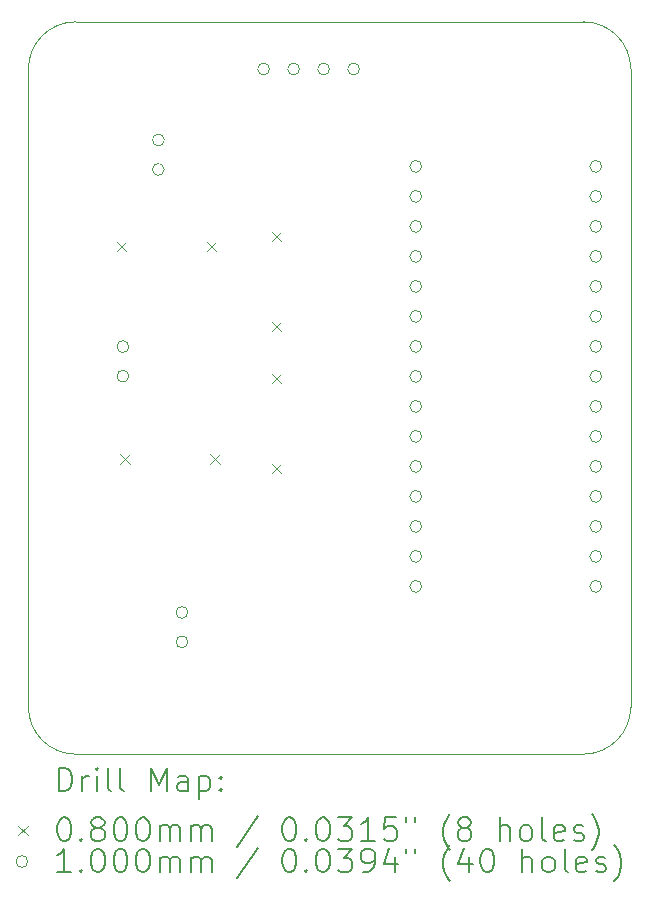
<source format=gbr>
%TF.GenerationSoftware,KiCad,Pcbnew,7.0.8*%
%TF.CreationDate,2024-02-01T00:16:00-07:00*%
%TF.ProjectId,SDM24-Shifter,53444d32-342d-4536-9869-667465722e6b,rev?*%
%TF.SameCoordinates,Original*%
%TF.FileFunction,Drillmap*%
%TF.FilePolarity,Positive*%
%FSLAX45Y45*%
G04 Gerber Fmt 4.5, Leading zero omitted, Abs format (unit mm)*
G04 Created by KiCad (PCBNEW 7.0.8) date 2024-02-01 00:16:00*
%MOMM*%
%LPD*%
G01*
G04 APERTURE LIST*
%ADD10C,0.100000*%
%ADD11C,0.200000*%
%ADD12C,0.080000*%
G04 APERTURE END LIST*
D10*
X16600000Y-5000000D02*
G75*
G03*
X16200000Y-4600000I-400000J0D01*
G01*
X16200000Y-10800000D02*
X11900000Y-10800000D01*
X16600000Y-5000000D02*
X16600000Y-10400000D01*
X16200000Y-10800000D02*
G75*
G03*
X16600000Y-10400000I0J400000D01*
G01*
X11500000Y-10400000D02*
G75*
G03*
X11900000Y-10800000I400000J0D01*
G01*
X11900000Y-4600000D02*
X16200000Y-4600000D01*
X11900000Y-4600000D02*
G75*
G03*
X11500000Y-5000000I0J-400000D01*
G01*
X11500000Y-10400000D02*
X11500000Y-5000000D01*
D11*
D12*
X12248000Y-6460000D02*
X12328000Y-6540000D01*
X12328000Y-6460000D02*
X12248000Y-6540000D01*
X12279000Y-8260000D02*
X12359000Y-8340000D01*
X12359000Y-8260000D02*
X12279000Y-8340000D01*
X13010000Y-6460000D02*
X13090000Y-6540000D01*
X13090000Y-6460000D02*
X13010000Y-6540000D01*
X13041000Y-8260000D02*
X13121000Y-8340000D01*
X13121000Y-8260000D02*
X13041000Y-8340000D01*
X13560000Y-6379000D02*
X13640000Y-6459000D01*
X13640000Y-6379000D02*
X13560000Y-6459000D01*
X13560000Y-7141000D02*
X13640000Y-7221000D01*
X13640000Y-7141000D02*
X13560000Y-7221000D01*
X13560000Y-7579000D02*
X13640000Y-7659000D01*
X13640000Y-7579000D02*
X13560000Y-7659000D01*
X13560000Y-8341000D02*
X13640000Y-8421000D01*
X13640000Y-8341000D02*
X13560000Y-8421000D01*
D10*
X12350000Y-7350000D02*
G75*
G03*
X12350000Y-7350000I-50000J0D01*
G01*
X12350000Y-7600000D02*
G75*
G03*
X12350000Y-7600000I-50000J0D01*
G01*
X12650000Y-5600000D02*
G75*
G03*
X12650000Y-5600000I-50000J0D01*
G01*
X12650000Y-5850000D02*
G75*
G03*
X12650000Y-5850000I-50000J0D01*
G01*
X12850000Y-9600000D02*
G75*
G03*
X12850000Y-9600000I-50000J0D01*
G01*
X12850000Y-9850000D02*
G75*
G03*
X12850000Y-9850000I-50000J0D01*
G01*
X13542000Y-5000000D02*
G75*
G03*
X13542000Y-5000000I-50000J0D01*
G01*
X13796000Y-5000000D02*
G75*
G03*
X13796000Y-5000000I-50000J0D01*
G01*
X14050000Y-5000000D02*
G75*
G03*
X14050000Y-5000000I-50000J0D01*
G01*
X14304000Y-5000000D02*
G75*
G03*
X14304000Y-5000000I-50000J0D01*
G01*
X14830000Y-5824000D02*
G75*
G03*
X14830000Y-5824000I-50000J0D01*
G01*
X14830000Y-6078000D02*
G75*
G03*
X14830000Y-6078000I-50000J0D01*
G01*
X14830000Y-6332000D02*
G75*
G03*
X14830000Y-6332000I-50000J0D01*
G01*
X14830000Y-6586000D02*
G75*
G03*
X14830000Y-6586000I-50000J0D01*
G01*
X14830000Y-6840000D02*
G75*
G03*
X14830000Y-6840000I-50000J0D01*
G01*
X14830000Y-7094000D02*
G75*
G03*
X14830000Y-7094000I-50000J0D01*
G01*
X14830000Y-7348000D02*
G75*
G03*
X14830000Y-7348000I-50000J0D01*
G01*
X14830000Y-7602000D02*
G75*
G03*
X14830000Y-7602000I-50000J0D01*
G01*
X14830000Y-7856000D02*
G75*
G03*
X14830000Y-7856000I-50000J0D01*
G01*
X14830000Y-8110000D02*
G75*
G03*
X14830000Y-8110000I-50000J0D01*
G01*
X14830000Y-8364000D02*
G75*
G03*
X14830000Y-8364000I-50000J0D01*
G01*
X14830000Y-8618000D02*
G75*
G03*
X14830000Y-8618000I-50000J0D01*
G01*
X14830000Y-8872000D02*
G75*
G03*
X14830000Y-8872000I-50000J0D01*
G01*
X14830000Y-9126000D02*
G75*
G03*
X14830000Y-9126000I-50000J0D01*
G01*
X14830000Y-9380000D02*
G75*
G03*
X14830000Y-9380000I-50000J0D01*
G01*
X16354000Y-5824000D02*
G75*
G03*
X16354000Y-5824000I-50000J0D01*
G01*
X16354000Y-6078000D02*
G75*
G03*
X16354000Y-6078000I-50000J0D01*
G01*
X16354000Y-6332000D02*
G75*
G03*
X16354000Y-6332000I-50000J0D01*
G01*
X16354000Y-6586000D02*
G75*
G03*
X16354000Y-6586000I-50000J0D01*
G01*
X16354000Y-6840000D02*
G75*
G03*
X16354000Y-6840000I-50000J0D01*
G01*
X16354000Y-7094000D02*
G75*
G03*
X16354000Y-7094000I-50000J0D01*
G01*
X16354000Y-7348000D02*
G75*
G03*
X16354000Y-7348000I-50000J0D01*
G01*
X16354000Y-7602000D02*
G75*
G03*
X16354000Y-7602000I-50000J0D01*
G01*
X16354000Y-7856000D02*
G75*
G03*
X16354000Y-7856000I-50000J0D01*
G01*
X16354000Y-8110000D02*
G75*
G03*
X16354000Y-8110000I-50000J0D01*
G01*
X16354000Y-8364000D02*
G75*
G03*
X16354000Y-8364000I-50000J0D01*
G01*
X16354000Y-8618000D02*
G75*
G03*
X16354000Y-8618000I-50000J0D01*
G01*
X16354000Y-8872000D02*
G75*
G03*
X16354000Y-8872000I-50000J0D01*
G01*
X16354000Y-9126000D02*
G75*
G03*
X16354000Y-9126000I-50000J0D01*
G01*
X16354000Y-9380000D02*
G75*
G03*
X16354000Y-9380000I-50000J0D01*
G01*
D11*
X11755777Y-11116484D02*
X11755777Y-10916484D01*
X11755777Y-10916484D02*
X11803396Y-10916484D01*
X11803396Y-10916484D02*
X11831967Y-10926008D01*
X11831967Y-10926008D02*
X11851015Y-10945055D01*
X11851015Y-10945055D02*
X11860539Y-10964103D01*
X11860539Y-10964103D02*
X11870062Y-11002198D01*
X11870062Y-11002198D02*
X11870062Y-11030770D01*
X11870062Y-11030770D02*
X11860539Y-11068865D01*
X11860539Y-11068865D02*
X11851015Y-11087912D01*
X11851015Y-11087912D02*
X11831967Y-11106960D01*
X11831967Y-11106960D02*
X11803396Y-11116484D01*
X11803396Y-11116484D02*
X11755777Y-11116484D01*
X11955777Y-11116484D02*
X11955777Y-10983150D01*
X11955777Y-11021246D02*
X11965301Y-11002198D01*
X11965301Y-11002198D02*
X11974824Y-10992674D01*
X11974824Y-10992674D02*
X11993872Y-10983150D01*
X11993872Y-10983150D02*
X12012920Y-10983150D01*
X12079586Y-11116484D02*
X12079586Y-10983150D01*
X12079586Y-10916484D02*
X12070062Y-10926008D01*
X12070062Y-10926008D02*
X12079586Y-10935531D01*
X12079586Y-10935531D02*
X12089110Y-10926008D01*
X12089110Y-10926008D02*
X12079586Y-10916484D01*
X12079586Y-10916484D02*
X12079586Y-10935531D01*
X12203396Y-11116484D02*
X12184348Y-11106960D01*
X12184348Y-11106960D02*
X12174824Y-11087912D01*
X12174824Y-11087912D02*
X12174824Y-10916484D01*
X12308158Y-11116484D02*
X12289110Y-11106960D01*
X12289110Y-11106960D02*
X12279586Y-11087912D01*
X12279586Y-11087912D02*
X12279586Y-10916484D01*
X12536729Y-11116484D02*
X12536729Y-10916484D01*
X12536729Y-10916484D02*
X12603396Y-11059341D01*
X12603396Y-11059341D02*
X12670062Y-10916484D01*
X12670062Y-10916484D02*
X12670062Y-11116484D01*
X12851015Y-11116484D02*
X12851015Y-11011722D01*
X12851015Y-11011722D02*
X12841491Y-10992674D01*
X12841491Y-10992674D02*
X12822443Y-10983150D01*
X12822443Y-10983150D02*
X12784348Y-10983150D01*
X12784348Y-10983150D02*
X12765301Y-10992674D01*
X12851015Y-11106960D02*
X12831967Y-11116484D01*
X12831967Y-11116484D02*
X12784348Y-11116484D01*
X12784348Y-11116484D02*
X12765301Y-11106960D01*
X12765301Y-11106960D02*
X12755777Y-11087912D01*
X12755777Y-11087912D02*
X12755777Y-11068865D01*
X12755777Y-11068865D02*
X12765301Y-11049817D01*
X12765301Y-11049817D02*
X12784348Y-11040293D01*
X12784348Y-11040293D02*
X12831967Y-11040293D01*
X12831967Y-11040293D02*
X12851015Y-11030770D01*
X12946253Y-10983150D02*
X12946253Y-11183150D01*
X12946253Y-10992674D02*
X12965301Y-10983150D01*
X12965301Y-10983150D02*
X13003396Y-10983150D01*
X13003396Y-10983150D02*
X13022443Y-10992674D01*
X13022443Y-10992674D02*
X13031967Y-11002198D01*
X13031967Y-11002198D02*
X13041491Y-11021246D01*
X13041491Y-11021246D02*
X13041491Y-11078389D01*
X13041491Y-11078389D02*
X13031967Y-11097436D01*
X13031967Y-11097436D02*
X13022443Y-11106960D01*
X13022443Y-11106960D02*
X13003396Y-11116484D01*
X13003396Y-11116484D02*
X12965301Y-11116484D01*
X12965301Y-11116484D02*
X12946253Y-11106960D01*
X13127205Y-11097436D02*
X13136729Y-11106960D01*
X13136729Y-11106960D02*
X13127205Y-11116484D01*
X13127205Y-11116484D02*
X13117682Y-11106960D01*
X13117682Y-11106960D02*
X13127205Y-11097436D01*
X13127205Y-11097436D02*
X13127205Y-11116484D01*
X13127205Y-10992674D02*
X13136729Y-11002198D01*
X13136729Y-11002198D02*
X13127205Y-11011722D01*
X13127205Y-11011722D02*
X13117682Y-11002198D01*
X13117682Y-11002198D02*
X13127205Y-10992674D01*
X13127205Y-10992674D02*
X13127205Y-11011722D01*
D12*
X11415000Y-11405000D02*
X11495000Y-11485000D01*
X11495000Y-11405000D02*
X11415000Y-11485000D01*
D11*
X11793872Y-11336484D02*
X11812920Y-11336484D01*
X11812920Y-11336484D02*
X11831967Y-11346008D01*
X11831967Y-11346008D02*
X11841491Y-11355531D01*
X11841491Y-11355531D02*
X11851015Y-11374579D01*
X11851015Y-11374579D02*
X11860539Y-11412674D01*
X11860539Y-11412674D02*
X11860539Y-11460293D01*
X11860539Y-11460293D02*
X11851015Y-11498388D01*
X11851015Y-11498388D02*
X11841491Y-11517436D01*
X11841491Y-11517436D02*
X11831967Y-11526960D01*
X11831967Y-11526960D02*
X11812920Y-11536484D01*
X11812920Y-11536484D02*
X11793872Y-11536484D01*
X11793872Y-11536484D02*
X11774824Y-11526960D01*
X11774824Y-11526960D02*
X11765301Y-11517436D01*
X11765301Y-11517436D02*
X11755777Y-11498388D01*
X11755777Y-11498388D02*
X11746253Y-11460293D01*
X11746253Y-11460293D02*
X11746253Y-11412674D01*
X11746253Y-11412674D02*
X11755777Y-11374579D01*
X11755777Y-11374579D02*
X11765301Y-11355531D01*
X11765301Y-11355531D02*
X11774824Y-11346008D01*
X11774824Y-11346008D02*
X11793872Y-11336484D01*
X11946253Y-11517436D02*
X11955777Y-11526960D01*
X11955777Y-11526960D02*
X11946253Y-11536484D01*
X11946253Y-11536484D02*
X11936729Y-11526960D01*
X11936729Y-11526960D02*
X11946253Y-11517436D01*
X11946253Y-11517436D02*
X11946253Y-11536484D01*
X12070062Y-11422198D02*
X12051015Y-11412674D01*
X12051015Y-11412674D02*
X12041491Y-11403150D01*
X12041491Y-11403150D02*
X12031967Y-11384103D01*
X12031967Y-11384103D02*
X12031967Y-11374579D01*
X12031967Y-11374579D02*
X12041491Y-11355531D01*
X12041491Y-11355531D02*
X12051015Y-11346008D01*
X12051015Y-11346008D02*
X12070062Y-11336484D01*
X12070062Y-11336484D02*
X12108158Y-11336484D01*
X12108158Y-11336484D02*
X12127205Y-11346008D01*
X12127205Y-11346008D02*
X12136729Y-11355531D01*
X12136729Y-11355531D02*
X12146253Y-11374579D01*
X12146253Y-11374579D02*
X12146253Y-11384103D01*
X12146253Y-11384103D02*
X12136729Y-11403150D01*
X12136729Y-11403150D02*
X12127205Y-11412674D01*
X12127205Y-11412674D02*
X12108158Y-11422198D01*
X12108158Y-11422198D02*
X12070062Y-11422198D01*
X12070062Y-11422198D02*
X12051015Y-11431722D01*
X12051015Y-11431722D02*
X12041491Y-11441246D01*
X12041491Y-11441246D02*
X12031967Y-11460293D01*
X12031967Y-11460293D02*
X12031967Y-11498388D01*
X12031967Y-11498388D02*
X12041491Y-11517436D01*
X12041491Y-11517436D02*
X12051015Y-11526960D01*
X12051015Y-11526960D02*
X12070062Y-11536484D01*
X12070062Y-11536484D02*
X12108158Y-11536484D01*
X12108158Y-11536484D02*
X12127205Y-11526960D01*
X12127205Y-11526960D02*
X12136729Y-11517436D01*
X12136729Y-11517436D02*
X12146253Y-11498388D01*
X12146253Y-11498388D02*
X12146253Y-11460293D01*
X12146253Y-11460293D02*
X12136729Y-11441246D01*
X12136729Y-11441246D02*
X12127205Y-11431722D01*
X12127205Y-11431722D02*
X12108158Y-11422198D01*
X12270062Y-11336484D02*
X12289110Y-11336484D01*
X12289110Y-11336484D02*
X12308158Y-11346008D01*
X12308158Y-11346008D02*
X12317682Y-11355531D01*
X12317682Y-11355531D02*
X12327205Y-11374579D01*
X12327205Y-11374579D02*
X12336729Y-11412674D01*
X12336729Y-11412674D02*
X12336729Y-11460293D01*
X12336729Y-11460293D02*
X12327205Y-11498388D01*
X12327205Y-11498388D02*
X12317682Y-11517436D01*
X12317682Y-11517436D02*
X12308158Y-11526960D01*
X12308158Y-11526960D02*
X12289110Y-11536484D01*
X12289110Y-11536484D02*
X12270062Y-11536484D01*
X12270062Y-11536484D02*
X12251015Y-11526960D01*
X12251015Y-11526960D02*
X12241491Y-11517436D01*
X12241491Y-11517436D02*
X12231967Y-11498388D01*
X12231967Y-11498388D02*
X12222443Y-11460293D01*
X12222443Y-11460293D02*
X12222443Y-11412674D01*
X12222443Y-11412674D02*
X12231967Y-11374579D01*
X12231967Y-11374579D02*
X12241491Y-11355531D01*
X12241491Y-11355531D02*
X12251015Y-11346008D01*
X12251015Y-11346008D02*
X12270062Y-11336484D01*
X12460539Y-11336484D02*
X12479586Y-11336484D01*
X12479586Y-11336484D02*
X12498634Y-11346008D01*
X12498634Y-11346008D02*
X12508158Y-11355531D01*
X12508158Y-11355531D02*
X12517682Y-11374579D01*
X12517682Y-11374579D02*
X12527205Y-11412674D01*
X12527205Y-11412674D02*
X12527205Y-11460293D01*
X12527205Y-11460293D02*
X12517682Y-11498388D01*
X12517682Y-11498388D02*
X12508158Y-11517436D01*
X12508158Y-11517436D02*
X12498634Y-11526960D01*
X12498634Y-11526960D02*
X12479586Y-11536484D01*
X12479586Y-11536484D02*
X12460539Y-11536484D01*
X12460539Y-11536484D02*
X12441491Y-11526960D01*
X12441491Y-11526960D02*
X12431967Y-11517436D01*
X12431967Y-11517436D02*
X12422443Y-11498388D01*
X12422443Y-11498388D02*
X12412920Y-11460293D01*
X12412920Y-11460293D02*
X12412920Y-11412674D01*
X12412920Y-11412674D02*
X12422443Y-11374579D01*
X12422443Y-11374579D02*
X12431967Y-11355531D01*
X12431967Y-11355531D02*
X12441491Y-11346008D01*
X12441491Y-11346008D02*
X12460539Y-11336484D01*
X12612920Y-11536484D02*
X12612920Y-11403150D01*
X12612920Y-11422198D02*
X12622443Y-11412674D01*
X12622443Y-11412674D02*
X12641491Y-11403150D01*
X12641491Y-11403150D02*
X12670063Y-11403150D01*
X12670063Y-11403150D02*
X12689110Y-11412674D01*
X12689110Y-11412674D02*
X12698634Y-11431722D01*
X12698634Y-11431722D02*
X12698634Y-11536484D01*
X12698634Y-11431722D02*
X12708158Y-11412674D01*
X12708158Y-11412674D02*
X12727205Y-11403150D01*
X12727205Y-11403150D02*
X12755777Y-11403150D01*
X12755777Y-11403150D02*
X12774824Y-11412674D01*
X12774824Y-11412674D02*
X12784348Y-11431722D01*
X12784348Y-11431722D02*
X12784348Y-11536484D01*
X12879586Y-11536484D02*
X12879586Y-11403150D01*
X12879586Y-11422198D02*
X12889110Y-11412674D01*
X12889110Y-11412674D02*
X12908158Y-11403150D01*
X12908158Y-11403150D02*
X12936729Y-11403150D01*
X12936729Y-11403150D02*
X12955777Y-11412674D01*
X12955777Y-11412674D02*
X12965301Y-11431722D01*
X12965301Y-11431722D02*
X12965301Y-11536484D01*
X12965301Y-11431722D02*
X12974824Y-11412674D01*
X12974824Y-11412674D02*
X12993872Y-11403150D01*
X12993872Y-11403150D02*
X13022443Y-11403150D01*
X13022443Y-11403150D02*
X13041491Y-11412674D01*
X13041491Y-11412674D02*
X13051015Y-11431722D01*
X13051015Y-11431722D02*
X13051015Y-11536484D01*
X13441491Y-11326960D02*
X13270063Y-11584103D01*
X13698634Y-11336484D02*
X13717682Y-11336484D01*
X13717682Y-11336484D02*
X13736729Y-11346008D01*
X13736729Y-11346008D02*
X13746253Y-11355531D01*
X13746253Y-11355531D02*
X13755777Y-11374579D01*
X13755777Y-11374579D02*
X13765301Y-11412674D01*
X13765301Y-11412674D02*
X13765301Y-11460293D01*
X13765301Y-11460293D02*
X13755777Y-11498388D01*
X13755777Y-11498388D02*
X13746253Y-11517436D01*
X13746253Y-11517436D02*
X13736729Y-11526960D01*
X13736729Y-11526960D02*
X13717682Y-11536484D01*
X13717682Y-11536484D02*
X13698634Y-11536484D01*
X13698634Y-11536484D02*
X13679586Y-11526960D01*
X13679586Y-11526960D02*
X13670063Y-11517436D01*
X13670063Y-11517436D02*
X13660539Y-11498388D01*
X13660539Y-11498388D02*
X13651015Y-11460293D01*
X13651015Y-11460293D02*
X13651015Y-11412674D01*
X13651015Y-11412674D02*
X13660539Y-11374579D01*
X13660539Y-11374579D02*
X13670063Y-11355531D01*
X13670063Y-11355531D02*
X13679586Y-11346008D01*
X13679586Y-11346008D02*
X13698634Y-11336484D01*
X13851015Y-11517436D02*
X13860539Y-11526960D01*
X13860539Y-11526960D02*
X13851015Y-11536484D01*
X13851015Y-11536484D02*
X13841491Y-11526960D01*
X13841491Y-11526960D02*
X13851015Y-11517436D01*
X13851015Y-11517436D02*
X13851015Y-11536484D01*
X13984348Y-11336484D02*
X14003396Y-11336484D01*
X14003396Y-11336484D02*
X14022444Y-11346008D01*
X14022444Y-11346008D02*
X14031967Y-11355531D01*
X14031967Y-11355531D02*
X14041491Y-11374579D01*
X14041491Y-11374579D02*
X14051015Y-11412674D01*
X14051015Y-11412674D02*
X14051015Y-11460293D01*
X14051015Y-11460293D02*
X14041491Y-11498388D01*
X14041491Y-11498388D02*
X14031967Y-11517436D01*
X14031967Y-11517436D02*
X14022444Y-11526960D01*
X14022444Y-11526960D02*
X14003396Y-11536484D01*
X14003396Y-11536484D02*
X13984348Y-11536484D01*
X13984348Y-11536484D02*
X13965301Y-11526960D01*
X13965301Y-11526960D02*
X13955777Y-11517436D01*
X13955777Y-11517436D02*
X13946253Y-11498388D01*
X13946253Y-11498388D02*
X13936729Y-11460293D01*
X13936729Y-11460293D02*
X13936729Y-11412674D01*
X13936729Y-11412674D02*
X13946253Y-11374579D01*
X13946253Y-11374579D02*
X13955777Y-11355531D01*
X13955777Y-11355531D02*
X13965301Y-11346008D01*
X13965301Y-11346008D02*
X13984348Y-11336484D01*
X14117682Y-11336484D02*
X14241491Y-11336484D01*
X14241491Y-11336484D02*
X14174825Y-11412674D01*
X14174825Y-11412674D02*
X14203396Y-11412674D01*
X14203396Y-11412674D02*
X14222444Y-11422198D01*
X14222444Y-11422198D02*
X14231967Y-11431722D01*
X14231967Y-11431722D02*
X14241491Y-11450769D01*
X14241491Y-11450769D02*
X14241491Y-11498388D01*
X14241491Y-11498388D02*
X14231967Y-11517436D01*
X14231967Y-11517436D02*
X14222444Y-11526960D01*
X14222444Y-11526960D02*
X14203396Y-11536484D01*
X14203396Y-11536484D02*
X14146253Y-11536484D01*
X14146253Y-11536484D02*
X14127206Y-11526960D01*
X14127206Y-11526960D02*
X14117682Y-11517436D01*
X14431967Y-11536484D02*
X14317682Y-11536484D01*
X14374825Y-11536484D02*
X14374825Y-11336484D01*
X14374825Y-11336484D02*
X14355777Y-11365055D01*
X14355777Y-11365055D02*
X14336729Y-11384103D01*
X14336729Y-11384103D02*
X14317682Y-11393627D01*
X14612920Y-11336484D02*
X14517682Y-11336484D01*
X14517682Y-11336484D02*
X14508158Y-11431722D01*
X14508158Y-11431722D02*
X14517682Y-11422198D01*
X14517682Y-11422198D02*
X14536729Y-11412674D01*
X14536729Y-11412674D02*
X14584348Y-11412674D01*
X14584348Y-11412674D02*
X14603396Y-11422198D01*
X14603396Y-11422198D02*
X14612920Y-11431722D01*
X14612920Y-11431722D02*
X14622444Y-11450769D01*
X14622444Y-11450769D02*
X14622444Y-11498388D01*
X14622444Y-11498388D02*
X14612920Y-11517436D01*
X14612920Y-11517436D02*
X14603396Y-11526960D01*
X14603396Y-11526960D02*
X14584348Y-11536484D01*
X14584348Y-11536484D02*
X14536729Y-11536484D01*
X14536729Y-11536484D02*
X14517682Y-11526960D01*
X14517682Y-11526960D02*
X14508158Y-11517436D01*
X14698634Y-11336484D02*
X14698634Y-11374579D01*
X14774825Y-11336484D02*
X14774825Y-11374579D01*
X15070063Y-11612674D02*
X15060539Y-11603150D01*
X15060539Y-11603150D02*
X15041491Y-11574579D01*
X15041491Y-11574579D02*
X15031968Y-11555531D01*
X15031968Y-11555531D02*
X15022444Y-11526960D01*
X15022444Y-11526960D02*
X15012920Y-11479341D01*
X15012920Y-11479341D02*
X15012920Y-11441246D01*
X15012920Y-11441246D02*
X15022444Y-11393627D01*
X15022444Y-11393627D02*
X15031968Y-11365055D01*
X15031968Y-11365055D02*
X15041491Y-11346008D01*
X15041491Y-11346008D02*
X15060539Y-11317436D01*
X15060539Y-11317436D02*
X15070063Y-11307912D01*
X15174825Y-11422198D02*
X15155777Y-11412674D01*
X15155777Y-11412674D02*
X15146253Y-11403150D01*
X15146253Y-11403150D02*
X15136729Y-11384103D01*
X15136729Y-11384103D02*
X15136729Y-11374579D01*
X15136729Y-11374579D02*
X15146253Y-11355531D01*
X15146253Y-11355531D02*
X15155777Y-11346008D01*
X15155777Y-11346008D02*
X15174825Y-11336484D01*
X15174825Y-11336484D02*
X15212920Y-11336484D01*
X15212920Y-11336484D02*
X15231968Y-11346008D01*
X15231968Y-11346008D02*
X15241491Y-11355531D01*
X15241491Y-11355531D02*
X15251015Y-11374579D01*
X15251015Y-11374579D02*
X15251015Y-11384103D01*
X15251015Y-11384103D02*
X15241491Y-11403150D01*
X15241491Y-11403150D02*
X15231968Y-11412674D01*
X15231968Y-11412674D02*
X15212920Y-11422198D01*
X15212920Y-11422198D02*
X15174825Y-11422198D01*
X15174825Y-11422198D02*
X15155777Y-11431722D01*
X15155777Y-11431722D02*
X15146253Y-11441246D01*
X15146253Y-11441246D02*
X15136729Y-11460293D01*
X15136729Y-11460293D02*
X15136729Y-11498388D01*
X15136729Y-11498388D02*
X15146253Y-11517436D01*
X15146253Y-11517436D02*
X15155777Y-11526960D01*
X15155777Y-11526960D02*
X15174825Y-11536484D01*
X15174825Y-11536484D02*
X15212920Y-11536484D01*
X15212920Y-11536484D02*
X15231968Y-11526960D01*
X15231968Y-11526960D02*
X15241491Y-11517436D01*
X15241491Y-11517436D02*
X15251015Y-11498388D01*
X15251015Y-11498388D02*
X15251015Y-11460293D01*
X15251015Y-11460293D02*
X15241491Y-11441246D01*
X15241491Y-11441246D02*
X15231968Y-11431722D01*
X15231968Y-11431722D02*
X15212920Y-11422198D01*
X15489110Y-11536484D02*
X15489110Y-11336484D01*
X15574825Y-11536484D02*
X15574825Y-11431722D01*
X15574825Y-11431722D02*
X15565301Y-11412674D01*
X15565301Y-11412674D02*
X15546253Y-11403150D01*
X15546253Y-11403150D02*
X15517682Y-11403150D01*
X15517682Y-11403150D02*
X15498634Y-11412674D01*
X15498634Y-11412674D02*
X15489110Y-11422198D01*
X15698634Y-11536484D02*
X15679587Y-11526960D01*
X15679587Y-11526960D02*
X15670063Y-11517436D01*
X15670063Y-11517436D02*
X15660539Y-11498388D01*
X15660539Y-11498388D02*
X15660539Y-11441246D01*
X15660539Y-11441246D02*
X15670063Y-11422198D01*
X15670063Y-11422198D02*
X15679587Y-11412674D01*
X15679587Y-11412674D02*
X15698634Y-11403150D01*
X15698634Y-11403150D02*
X15727206Y-11403150D01*
X15727206Y-11403150D02*
X15746253Y-11412674D01*
X15746253Y-11412674D02*
X15755777Y-11422198D01*
X15755777Y-11422198D02*
X15765301Y-11441246D01*
X15765301Y-11441246D02*
X15765301Y-11498388D01*
X15765301Y-11498388D02*
X15755777Y-11517436D01*
X15755777Y-11517436D02*
X15746253Y-11526960D01*
X15746253Y-11526960D02*
X15727206Y-11536484D01*
X15727206Y-11536484D02*
X15698634Y-11536484D01*
X15879587Y-11536484D02*
X15860539Y-11526960D01*
X15860539Y-11526960D02*
X15851015Y-11507912D01*
X15851015Y-11507912D02*
X15851015Y-11336484D01*
X16031968Y-11526960D02*
X16012920Y-11536484D01*
X16012920Y-11536484D02*
X15974825Y-11536484D01*
X15974825Y-11536484D02*
X15955777Y-11526960D01*
X15955777Y-11526960D02*
X15946253Y-11507912D01*
X15946253Y-11507912D02*
X15946253Y-11431722D01*
X15946253Y-11431722D02*
X15955777Y-11412674D01*
X15955777Y-11412674D02*
X15974825Y-11403150D01*
X15974825Y-11403150D02*
X16012920Y-11403150D01*
X16012920Y-11403150D02*
X16031968Y-11412674D01*
X16031968Y-11412674D02*
X16041491Y-11431722D01*
X16041491Y-11431722D02*
X16041491Y-11450769D01*
X16041491Y-11450769D02*
X15946253Y-11469817D01*
X16117682Y-11526960D02*
X16136730Y-11536484D01*
X16136730Y-11536484D02*
X16174825Y-11536484D01*
X16174825Y-11536484D02*
X16193872Y-11526960D01*
X16193872Y-11526960D02*
X16203396Y-11507912D01*
X16203396Y-11507912D02*
X16203396Y-11498388D01*
X16203396Y-11498388D02*
X16193872Y-11479341D01*
X16193872Y-11479341D02*
X16174825Y-11469817D01*
X16174825Y-11469817D02*
X16146253Y-11469817D01*
X16146253Y-11469817D02*
X16127206Y-11460293D01*
X16127206Y-11460293D02*
X16117682Y-11441246D01*
X16117682Y-11441246D02*
X16117682Y-11431722D01*
X16117682Y-11431722D02*
X16127206Y-11412674D01*
X16127206Y-11412674D02*
X16146253Y-11403150D01*
X16146253Y-11403150D02*
X16174825Y-11403150D01*
X16174825Y-11403150D02*
X16193872Y-11412674D01*
X16270063Y-11612674D02*
X16279587Y-11603150D01*
X16279587Y-11603150D02*
X16298634Y-11574579D01*
X16298634Y-11574579D02*
X16308158Y-11555531D01*
X16308158Y-11555531D02*
X16317682Y-11526960D01*
X16317682Y-11526960D02*
X16327206Y-11479341D01*
X16327206Y-11479341D02*
X16327206Y-11441246D01*
X16327206Y-11441246D02*
X16317682Y-11393627D01*
X16317682Y-11393627D02*
X16308158Y-11365055D01*
X16308158Y-11365055D02*
X16298634Y-11346008D01*
X16298634Y-11346008D02*
X16279587Y-11317436D01*
X16279587Y-11317436D02*
X16270063Y-11307912D01*
D10*
X11495000Y-11709000D02*
G75*
G03*
X11495000Y-11709000I-50000J0D01*
G01*
D11*
X11860539Y-11800484D02*
X11746253Y-11800484D01*
X11803396Y-11800484D02*
X11803396Y-11600484D01*
X11803396Y-11600484D02*
X11784348Y-11629055D01*
X11784348Y-11629055D02*
X11765301Y-11648103D01*
X11765301Y-11648103D02*
X11746253Y-11657627D01*
X11946253Y-11781436D02*
X11955777Y-11790960D01*
X11955777Y-11790960D02*
X11946253Y-11800484D01*
X11946253Y-11800484D02*
X11936729Y-11790960D01*
X11936729Y-11790960D02*
X11946253Y-11781436D01*
X11946253Y-11781436D02*
X11946253Y-11800484D01*
X12079586Y-11600484D02*
X12098634Y-11600484D01*
X12098634Y-11600484D02*
X12117682Y-11610008D01*
X12117682Y-11610008D02*
X12127205Y-11619531D01*
X12127205Y-11619531D02*
X12136729Y-11638579D01*
X12136729Y-11638579D02*
X12146253Y-11676674D01*
X12146253Y-11676674D02*
X12146253Y-11724293D01*
X12146253Y-11724293D02*
X12136729Y-11762388D01*
X12136729Y-11762388D02*
X12127205Y-11781436D01*
X12127205Y-11781436D02*
X12117682Y-11790960D01*
X12117682Y-11790960D02*
X12098634Y-11800484D01*
X12098634Y-11800484D02*
X12079586Y-11800484D01*
X12079586Y-11800484D02*
X12060539Y-11790960D01*
X12060539Y-11790960D02*
X12051015Y-11781436D01*
X12051015Y-11781436D02*
X12041491Y-11762388D01*
X12041491Y-11762388D02*
X12031967Y-11724293D01*
X12031967Y-11724293D02*
X12031967Y-11676674D01*
X12031967Y-11676674D02*
X12041491Y-11638579D01*
X12041491Y-11638579D02*
X12051015Y-11619531D01*
X12051015Y-11619531D02*
X12060539Y-11610008D01*
X12060539Y-11610008D02*
X12079586Y-11600484D01*
X12270062Y-11600484D02*
X12289110Y-11600484D01*
X12289110Y-11600484D02*
X12308158Y-11610008D01*
X12308158Y-11610008D02*
X12317682Y-11619531D01*
X12317682Y-11619531D02*
X12327205Y-11638579D01*
X12327205Y-11638579D02*
X12336729Y-11676674D01*
X12336729Y-11676674D02*
X12336729Y-11724293D01*
X12336729Y-11724293D02*
X12327205Y-11762388D01*
X12327205Y-11762388D02*
X12317682Y-11781436D01*
X12317682Y-11781436D02*
X12308158Y-11790960D01*
X12308158Y-11790960D02*
X12289110Y-11800484D01*
X12289110Y-11800484D02*
X12270062Y-11800484D01*
X12270062Y-11800484D02*
X12251015Y-11790960D01*
X12251015Y-11790960D02*
X12241491Y-11781436D01*
X12241491Y-11781436D02*
X12231967Y-11762388D01*
X12231967Y-11762388D02*
X12222443Y-11724293D01*
X12222443Y-11724293D02*
X12222443Y-11676674D01*
X12222443Y-11676674D02*
X12231967Y-11638579D01*
X12231967Y-11638579D02*
X12241491Y-11619531D01*
X12241491Y-11619531D02*
X12251015Y-11610008D01*
X12251015Y-11610008D02*
X12270062Y-11600484D01*
X12460539Y-11600484D02*
X12479586Y-11600484D01*
X12479586Y-11600484D02*
X12498634Y-11610008D01*
X12498634Y-11610008D02*
X12508158Y-11619531D01*
X12508158Y-11619531D02*
X12517682Y-11638579D01*
X12517682Y-11638579D02*
X12527205Y-11676674D01*
X12527205Y-11676674D02*
X12527205Y-11724293D01*
X12527205Y-11724293D02*
X12517682Y-11762388D01*
X12517682Y-11762388D02*
X12508158Y-11781436D01*
X12508158Y-11781436D02*
X12498634Y-11790960D01*
X12498634Y-11790960D02*
X12479586Y-11800484D01*
X12479586Y-11800484D02*
X12460539Y-11800484D01*
X12460539Y-11800484D02*
X12441491Y-11790960D01*
X12441491Y-11790960D02*
X12431967Y-11781436D01*
X12431967Y-11781436D02*
X12422443Y-11762388D01*
X12422443Y-11762388D02*
X12412920Y-11724293D01*
X12412920Y-11724293D02*
X12412920Y-11676674D01*
X12412920Y-11676674D02*
X12422443Y-11638579D01*
X12422443Y-11638579D02*
X12431967Y-11619531D01*
X12431967Y-11619531D02*
X12441491Y-11610008D01*
X12441491Y-11610008D02*
X12460539Y-11600484D01*
X12612920Y-11800484D02*
X12612920Y-11667150D01*
X12612920Y-11686198D02*
X12622443Y-11676674D01*
X12622443Y-11676674D02*
X12641491Y-11667150D01*
X12641491Y-11667150D02*
X12670063Y-11667150D01*
X12670063Y-11667150D02*
X12689110Y-11676674D01*
X12689110Y-11676674D02*
X12698634Y-11695722D01*
X12698634Y-11695722D02*
X12698634Y-11800484D01*
X12698634Y-11695722D02*
X12708158Y-11676674D01*
X12708158Y-11676674D02*
X12727205Y-11667150D01*
X12727205Y-11667150D02*
X12755777Y-11667150D01*
X12755777Y-11667150D02*
X12774824Y-11676674D01*
X12774824Y-11676674D02*
X12784348Y-11695722D01*
X12784348Y-11695722D02*
X12784348Y-11800484D01*
X12879586Y-11800484D02*
X12879586Y-11667150D01*
X12879586Y-11686198D02*
X12889110Y-11676674D01*
X12889110Y-11676674D02*
X12908158Y-11667150D01*
X12908158Y-11667150D02*
X12936729Y-11667150D01*
X12936729Y-11667150D02*
X12955777Y-11676674D01*
X12955777Y-11676674D02*
X12965301Y-11695722D01*
X12965301Y-11695722D02*
X12965301Y-11800484D01*
X12965301Y-11695722D02*
X12974824Y-11676674D01*
X12974824Y-11676674D02*
X12993872Y-11667150D01*
X12993872Y-11667150D02*
X13022443Y-11667150D01*
X13022443Y-11667150D02*
X13041491Y-11676674D01*
X13041491Y-11676674D02*
X13051015Y-11695722D01*
X13051015Y-11695722D02*
X13051015Y-11800484D01*
X13441491Y-11590960D02*
X13270063Y-11848103D01*
X13698634Y-11600484D02*
X13717682Y-11600484D01*
X13717682Y-11600484D02*
X13736729Y-11610008D01*
X13736729Y-11610008D02*
X13746253Y-11619531D01*
X13746253Y-11619531D02*
X13755777Y-11638579D01*
X13755777Y-11638579D02*
X13765301Y-11676674D01*
X13765301Y-11676674D02*
X13765301Y-11724293D01*
X13765301Y-11724293D02*
X13755777Y-11762388D01*
X13755777Y-11762388D02*
X13746253Y-11781436D01*
X13746253Y-11781436D02*
X13736729Y-11790960D01*
X13736729Y-11790960D02*
X13717682Y-11800484D01*
X13717682Y-11800484D02*
X13698634Y-11800484D01*
X13698634Y-11800484D02*
X13679586Y-11790960D01*
X13679586Y-11790960D02*
X13670063Y-11781436D01*
X13670063Y-11781436D02*
X13660539Y-11762388D01*
X13660539Y-11762388D02*
X13651015Y-11724293D01*
X13651015Y-11724293D02*
X13651015Y-11676674D01*
X13651015Y-11676674D02*
X13660539Y-11638579D01*
X13660539Y-11638579D02*
X13670063Y-11619531D01*
X13670063Y-11619531D02*
X13679586Y-11610008D01*
X13679586Y-11610008D02*
X13698634Y-11600484D01*
X13851015Y-11781436D02*
X13860539Y-11790960D01*
X13860539Y-11790960D02*
X13851015Y-11800484D01*
X13851015Y-11800484D02*
X13841491Y-11790960D01*
X13841491Y-11790960D02*
X13851015Y-11781436D01*
X13851015Y-11781436D02*
X13851015Y-11800484D01*
X13984348Y-11600484D02*
X14003396Y-11600484D01*
X14003396Y-11600484D02*
X14022444Y-11610008D01*
X14022444Y-11610008D02*
X14031967Y-11619531D01*
X14031967Y-11619531D02*
X14041491Y-11638579D01*
X14041491Y-11638579D02*
X14051015Y-11676674D01*
X14051015Y-11676674D02*
X14051015Y-11724293D01*
X14051015Y-11724293D02*
X14041491Y-11762388D01*
X14041491Y-11762388D02*
X14031967Y-11781436D01*
X14031967Y-11781436D02*
X14022444Y-11790960D01*
X14022444Y-11790960D02*
X14003396Y-11800484D01*
X14003396Y-11800484D02*
X13984348Y-11800484D01*
X13984348Y-11800484D02*
X13965301Y-11790960D01*
X13965301Y-11790960D02*
X13955777Y-11781436D01*
X13955777Y-11781436D02*
X13946253Y-11762388D01*
X13946253Y-11762388D02*
X13936729Y-11724293D01*
X13936729Y-11724293D02*
X13936729Y-11676674D01*
X13936729Y-11676674D02*
X13946253Y-11638579D01*
X13946253Y-11638579D02*
X13955777Y-11619531D01*
X13955777Y-11619531D02*
X13965301Y-11610008D01*
X13965301Y-11610008D02*
X13984348Y-11600484D01*
X14117682Y-11600484D02*
X14241491Y-11600484D01*
X14241491Y-11600484D02*
X14174825Y-11676674D01*
X14174825Y-11676674D02*
X14203396Y-11676674D01*
X14203396Y-11676674D02*
X14222444Y-11686198D01*
X14222444Y-11686198D02*
X14231967Y-11695722D01*
X14231967Y-11695722D02*
X14241491Y-11714769D01*
X14241491Y-11714769D02*
X14241491Y-11762388D01*
X14241491Y-11762388D02*
X14231967Y-11781436D01*
X14231967Y-11781436D02*
X14222444Y-11790960D01*
X14222444Y-11790960D02*
X14203396Y-11800484D01*
X14203396Y-11800484D02*
X14146253Y-11800484D01*
X14146253Y-11800484D02*
X14127206Y-11790960D01*
X14127206Y-11790960D02*
X14117682Y-11781436D01*
X14336729Y-11800484D02*
X14374825Y-11800484D01*
X14374825Y-11800484D02*
X14393872Y-11790960D01*
X14393872Y-11790960D02*
X14403396Y-11781436D01*
X14403396Y-11781436D02*
X14422444Y-11752865D01*
X14422444Y-11752865D02*
X14431967Y-11714769D01*
X14431967Y-11714769D02*
X14431967Y-11638579D01*
X14431967Y-11638579D02*
X14422444Y-11619531D01*
X14422444Y-11619531D02*
X14412920Y-11610008D01*
X14412920Y-11610008D02*
X14393872Y-11600484D01*
X14393872Y-11600484D02*
X14355777Y-11600484D01*
X14355777Y-11600484D02*
X14336729Y-11610008D01*
X14336729Y-11610008D02*
X14327206Y-11619531D01*
X14327206Y-11619531D02*
X14317682Y-11638579D01*
X14317682Y-11638579D02*
X14317682Y-11686198D01*
X14317682Y-11686198D02*
X14327206Y-11705246D01*
X14327206Y-11705246D02*
X14336729Y-11714769D01*
X14336729Y-11714769D02*
X14355777Y-11724293D01*
X14355777Y-11724293D02*
X14393872Y-11724293D01*
X14393872Y-11724293D02*
X14412920Y-11714769D01*
X14412920Y-11714769D02*
X14422444Y-11705246D01*
X14422444Y-11705246D02*
X14431967Y-11686198D01*
X14603396Y-11667150D02*
X14603396Y-11800484D01*
X14555777Y-11590960D02*
X14508158Y-11733817D01*
X14508158Y-11733817D02*
X14631967Y-11733817D01*
X14698634Y-11600484D02*
X14698634Y-11638579D01*
X14774825Y-11600484D02*
X14774825Y-11638579D01*
X15070063Y-11876674D02*
X15060539Y-11867150D01*
X15060539Y-11867150D02*
X15041491Y-11838579D01*
X15041491Y-11838579D02*
X15031968Y-11819531D01*
X15031968Y-11819531D02*
X15022444Y-11790960D01*
X15022444Y-11790960D02*
X15012920Y-11743341D01*
X15012920Y-11743341D02*
X15012920Y-11705246D01*
X15012920Y-11705246D02*
X15022444Y-11657627D01*
X15022444Y-11657627D02*
X15031968Y-11629055D01*
X15031968Y-11629055D02*
X15041491Y-11610008D01*
X15041491Y-11610008D02*
X15060539Y-11581436D01*
X15060539Y-11581436D02*
X15070063Y-11571912D01*
X15231968Y-11667150D02*
X15231968Y-11800484D01*
X15184348Y-11590960D02*
X15136729Y-11733817D01*
X15136729Y-11733817D02*
X15260539Y-11733817D01*
X15374825Y-11600484D02*
X15393872Y-11600484D01*
X15393872Y-11600484D02*
X15412920Y-11610008D01*
X15412920Y-11610008D02*
X15422444Y-11619531D01*
X15422444Y-11619531D02*
X15431968Y-11638579D01*
X15431968Y-11638579D02*
X15441491Y-11676674D01*
X15441491Y-11676674D02*
X15441491Y-11724293D01*
X15441491Y-11724293D02*
X15431968Y-11762388D01*
X15431968Y-11762388D02*
X15422444Y-11781436D01*
X15422444Y-11781436D02*
X15412920Y-11790960D01*
X15412920Y-11790960D02*
X15393872Y-11800484D01*
X15393872Y-11800484D02*
X15374825Y-11800484D01*
X15374825Y-11800484D02*
X15355777Y-11790960D01*
X15355777Y-11790960D02*
X15346253Y-11781436D01*
X15346253Y-11781436D02*
X15336729Y-11762388D01*
X15336729Y-11762388D02*
X15327206Y-11724293D01*
X15327206Y-11724293D02*
X15327206Y-11676674D01*
X15327206Y-11676674D02*
X15336729Y-11638579D01*
X15336729Y-11638579D02*
X15346253Y-11619531D01*
X15346253Y-11619531D02*
X15355777Y-11610008D01*
X15355777Y-11610008D02*
X15374825Y-11600484D01*
X15679587Y-11800484D02*
X15679587Y-11600484D01*
X15765301Y-11800484D02*
X15765301Y-11695722D01*
X15765301Y-11695722D02*
X15755777Y-11676674D01*
X15755777Y-11676674D02*
X15736730Y-11667150D01*
X15736730Y-11667150D02*
X15708158Y-11667150D01*
X15708158Y-11667150D02*
X15689110Y-11676674D01*
X15689110Y-11676674D02*
X15679587Y-11686198D01*
X15889110Y-11800484D02*
X15870063Y-11790960D01*
X15870063Y-11790960D02*
X15860539Y-11781436D01*
X15860539Y-11781436D02*
X15851015Y-11762388D01*
X15851015Y-11762388D02*
X15851015Y-11705246D01*
X15851015Y-11705246D02*
X15860539Y-11686198D01*
X15860539Y-11686198D02*
X15870063Y-11676674D01*
X15870063Y-11676674D02*
X15889110Y-11667150D01*
X15889110Y-11667150D02*
X15917682Y-11667150D01*
X15917682Y-11667150D02*
X15936730Y-11676674D01*
X15936730Y-11676674D02*
X15946253Y-11686198D01*
X15946253Y-11686198D02*
X15955777Y-11705246D01*
X15955777Y-11705246D02*
X15955777Y-11762388D01*
X15955777Y-11762388D02*
X15946253Y-11781436D01*
X15946253Y-11781436D02*
X15936730Y-11790960D01*
X15936730Y-11790960D02*
X15917682Y-11800484D01*
X15917682Y-11800484D02*
X15889110Y-11800484D01*
X16070063Y-11800484D02*
X16051015Y-11790960D01*
X16051015Y-11790960D02*
X16041491Y-11771912D01*
X16041491Y-11771912D02*
X16041491Y-11600484D01*
X16222444Y-11790960D02*
X16203396Y-11800484D01*
X16203396Y-11800484D02*
X16165301Y-11800484D01*
X16165301Y-11800484D02*
X16146253Y-11790960D01*
X16146253Y-11790960D02*
X16136730Y-11771912D01*
X16136730Y-11771912D02*
X16136730Y-11695722D01*
X16136730Y-11695722D02*
X16146253Y-11676674D01*
X16146253Y-11676674D02*
X16165301Y-11667150D01*
X16165301Y-11667150D02*
X16203396Y-11667150D01*
X16203396Y-11667150D02*
X16222444Y-11676674D01*
X16222444Y-11676674D02*
X16231968Y-11695722D01*
X16231968Y-11695722D02*
X16231968Y-11714769D01*
X16231968Y-11714769D02*
X16136730Y-11733817D01*
X16308158Y-11790960D02*
X16327206Y-11800484D01*
X16327206Y-11800484D02*
X16365301Y-11800484D01*
X16365301Y-11800484D02*
X16384349Y-11790960D01*
X16384349Y-11790960D02*
X16393872Y-11771912D01*
X16393872Y-11771912D02*
X16393872Y-11762388D01*
X16393872Y-11762388D02*
X16384349Y-11743341D01*
X16384349Y-11743341D02*
X16365301Y-11733817D01*
X16365301Y-11733817D02*
X16336730Y-11733817D01*
X16336730Y-11733817D02*
X16317682Y-11724293D01*
X16317682Y-11724293D02*
X16308158Y-11705246D01*
X16308158Y-11705246D02*
X16308158Y-11695722D01*
X16308158Y-11695722D02*
X16317682Y-11676674D01*
X16317682Y-11676674D02*
X16336730Y-11667150D01*
X16336730Y-11667150D02*
X16365301Y-11667150D01*
X16365301Y-11667150D02*
X16384349Y-11676674D01*
X16460539Y-11876674D02*
X16470063Y-11867150D01*
X16470063Y-11867150D02*
X16489111Y-11838579D01*
X16489111Y-11838579D02*
X16498634Y-11819531D01*
X16498634Y-11819531D02*
X16508158Y-11790960D01*
X16508158Y-11790960D02*
X16517682Y-11743341D01*
X16517682Y-11743341D02*
X16517682Y-11705246D01*
X16517682Y-11705246D02*
X16508158Y-11657627D01*
X16508158Y-11657627D02*
X16498634Y-11629055D01*
X16498634Y-11629055D02*
X16489111Y-11610008D01*
X16489111Y-11610008D02*
X16470063Y-11581436D01*
X16470063Y-11581436D02*
X16460539Y-11571912D01*
M02*

</source>
